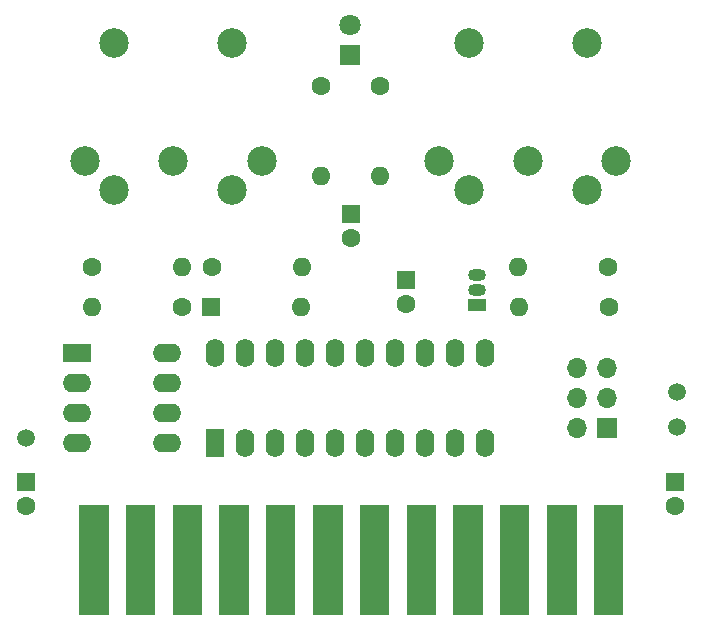
<source format=gbs>
G04 #@! TF.GenerationSoftware,KiCad,Pcbnew,6.0.7+dfsg-1*
G04 #@! TF.CreationDate,2022-12-11T16:06:28-06:00*
G04 #@! TF.ProjectId,C64UserPortMidi,43363455-7365-4725-906f-72744d696469,V1.0 RevA*
G04 #@! TF.SameCoordinates,Original*
G04 #@! TF.FileFunction,Soldermask,Bot*
G04 #@! TF.FilePolarity,Negative*
%FSLAX46Y46*%
G04 Gerber Fmt 4.6, Leading zero omitted, Abs format (unit mm)*
G04 Created by KiCad (PCBNEW 6.0.7+dfsg-1) date 2022-12-11 16:06:28*
%MOMM*%
%LPD*%
G01*
G04 APERTURE LIST*
%ADD10C,0.100000*%
%ADD11R,1.600000X1.600000*%
%ADD12O,1.600000X1.600000*%
%ADD13C,1.600000*%
%ADD14C,2.500000*%
%ADD15R,2.400000X1.600000*%
%ADD16O,2.400000X1.600000*%
%ADD17R,1.700000X1.700000*%
%ADD18O,1.700000X1.700000*%
%ADD19R,1.600000X2.400000*%
%ADD20O,1.600000X2.400000*%
%ADD21R,1.500000X1.050000*%
%ADD22O,1.500000X1.050000*%
%ADD23C,1.500000*%
%ADD24R,1.800000X1.800000*%
%ADD25C,1.800000*%
G04 APERTURE END LIST*
D10*
G36*
X121437000Y-138600000D02*
G01*
X119024000Y-138600000D01*
X119024000Y-129329000D01*
X121437000Y-129329000D01*
X121437000Y-138600000D01*
G37*
X121437000Y-138600000D02*
X119024000Y-138600000D01*
X119024000Y-129329000D01*
X121437000Y-129329000D01*
X121437000Y-138600000D01*
G36*
X125437500Y-138600000D02*
G01*
X123024500Y-138600000D01*
X123024500Y-129329000D01*
X125437500Y-129329000D01*
X125437500Y-138600000D01*
G37*
X125437500Y-138600000D02*
X123024500Y-138600000D01*
X123024500Y-129329000D01*
X125437500Y-129329000D01*
X125437500Y-138600000D01*
G36*
X129374500Y-138600000D02*
G01*
X126961500Y-138600000D01*
X126961500Y-129329000D01*
X129374500Y-129329000D01*
X129374500Y-138600000D01*
G37*
X129374500Y-138600000D02*
X126961500Y-138600000D01*
X126961500Y-129329000D01*
X129374500Y-129329000D01*
X129374500Y-138600000D01*
G36*
X133311500Y-138600000D02*
G01*
X130898500Y-138600000D01*
X130898500Y-129329000D01*
X133311500Y-129329000D01*
X133311500Y-138600000D01*
G37*
X133311500Y-138600000D02*
X130898500Y-138600000D01*
X130898500Y-129329000D01*
X133311500Y-129329000D01*
X133311500Y-138600000D01*
G36*
X137312000Y-138600000D02*
G01*
X134899000Y-138600000D01*
X134899000Y-129329000D01*
X137312000Y-129329000D01*
X137312000Y-138600000D01*
G37*
X137312000Y-138600000D02*
X134899000Y-138600000D01*
X134899000Y-129329000D01*
X137312000Y-129329000D01*
X137312000Y-138600000D01*
G36*
X141249000Y-138600000D02*
G01*
X138836000Y-138600000D01*
X138836000Y-129329000D01*
X141249000Y-129329000D01*
X141249000Y-138600000D01*
G37*
X141249000Y-138600000D02*
X138836000Y-138600000D01*
X138836000Y-129329000D01*
X141249000Y-129329000D01*
X141249000Y-138600000D01*
G36*
X145249500Y-138600000D02*
G01*
X142836500Y-138600000D01*
X142836500Y-129329000D01*
X145249500Y-129329000D01*
X145249500Y-138600000D01*
G37*
X145249500Y-138600000D02*
X142836500Y-138600000D01*
X142836500Y-129329000D01*
X145249500Y-129329000D01*
X145249500Y-138600000D01*
G36*
X149186500Y-138600000D02*
G01*
X146773500Y-138600000D01*
X146773500Y-129329000D01*
X149186500Y-129329000D01*
X149186500Y-138600000D01*
G37*
X149186500Y-138600000D02*
X146773500Y-138600000D01*
X146773500Y-129329000D01*
X149186500Y-129329000D01*
X149186500Y-138600000D01*
G36*
X153123500Y-138600000D02*
G01*
X150710500Y-138600000D01*
X150710500Y-129329000D01*
X153123500Y-129329000D01*
X153123500Y-138600000D01*
G37*
X153123500Y-138600000D02*
X150710500Y-138600000D01*
X150710500Y-129329000D01*
X153123500Y-129329000D01*
X153123500Y-138600000D01*
G36*
X157124000Y-138600000D02*
G01*
X154711000Y-138600000D01*
X154711000Y-129329000D01*
X157124000Y-129329000D01*
X157124000Y-138600000D01*
G37*
X157124000Y-138600000D02*
X154711000Y-138600000D01*
X154711000Y-129329000D01*
X157124000Y-129329000D01*
X157124000Y-138600000D01*
G36*
X161061000Y-138600000D02*
G01*
X158648000Y-138600000D01*
X158648000Y-129329000D01*
X161061000Y-129329000D01*
X161061000Y-138600000D01*
G37*
X161061000Y-138600000D02*
X158648000Y-138600000D01*
X158648000Y-129329000D01*
X161061000Y-129329000D01*
X161061000Y-138600000D01*
G36*
X117500000Y-138600000D02*
G01*
X115087000Y-138600000D01*
X115087000Y-129329000D01*
X117500000Y-129329000D01*
X117500000Y-138600000D01*
G37*
X117500000Y-138600000D02*
X115087000Y-138600000D01*
X115087000Y-129329000D01*
X117500000Y-129329000D01*
X117500000Y-138600000D01*
D11*
X126290000Y-112600000D03*
D12*
X133910000Y-112600000D03*
D11*
X110600000Y-127400000D03*
D13*
X110600000Y-129400000D03*
D14*
X115550000Y-100200000D03*
X123050000Y-100200000D03*
X130550000Y-100200000D03*
X118050000Y-102700000D03*
X128050000Y-102700000D03*
X118050000Y-90200000D03*
X128050000Y-90200000D03*
D13*
X126300000Y-109200000D03*
D12*
X133920000Y-109200000D03*
D15*
X114930923Y-116469922D03*
D16*
X114930923Y-119009922D03*
X114930923Y-121549922D03*
X114930923Y-124089922D03*
X122550923Y-124089922D03*
X122550923Y-121549922D03*
X122550923Y-119009922D03*
X122550923Y-116469922D03*
D13*
X116200000Y-109200000D03*
D12*
X123820000Y-109200000D03*
D17*
X159800000Y-122800000D03*
D18*
X157260000Y-122800000D03*
X159800000Y-120260000D03*
X157260000Y-120260000D03*
X159800000Y-117720000D03*
X157260000Y-117720000D03*
D13*
X123810000Y-112600000D03*
D12*
X116190000Y-112600000D03*
D19*
X126600000Y-124100000D03*
D20*
X129140000Y-124100000D03*
X131680000Y-124100000D03*
X134220000Y-124100000D03*
X136760000Y-124100000D03*
X139300000Y-124100000D03*
X141840000Y-124100000D03*
X144380000Y-124100000D03*
X146920000Y-124100000D03*
X149460000Y-124100000D03*
X149460000Y-116480000D03*
X146920000Y-116480000D03*
X144380000Y-116480000D03*
X141840000Y-116480000D03*
X139300000Y-116480000D03*
X136760000Y-116480000D03*
X134220000Y-116480000D03*
X131680000Y-116480000D03*
X129140000Y-116480000D03*
X126600000Y-116480000D03*
D13*
X159910000Y-112600000D03*
D12*
X152290000Y-112600000D03*
D21*
X148760000Y-112370000D03*
D22*
X148760000Y-111100000D03*
X148760000Y-109830000D03*
D11*
X142800000Y-110300000D03*
D13*
X142800000Y-112300000D03*
D11*
X138100000Y-104700000D03*
D13*
X138100000Y-106700000D03*
D14*
X145550000Y-100200000D03*
X153050000Y-100200000D03*
X160550000Y-100200000D03*
X148050000Y-102700000D03*
X158050000Y-102700000D03*
X148050000Y-90200000D03*
X158050000Y-90200000D03*
D13*
X159900000Y-109200000D03*
D12*
X152280000Y-109200000D03*
D23*
X165700000Y-122700000D03*
X110600000Y-123700000D03*
D13*
X135550000Y-93890000D03*
D12*
X135550000Y-101510000D03*
D23*
X165700000Y-119800000D03*
D13*
X140550000Y-93890000D03*
D12*
X140550000Y-101510000D03*
D24*
X138050000Y-91275000D03*
D25*
X138050000Y-88735000D03*
D11*
X165500000Y-127400000D03*
D13*
X165500000Y-129400000D03*
M02*

</source>
